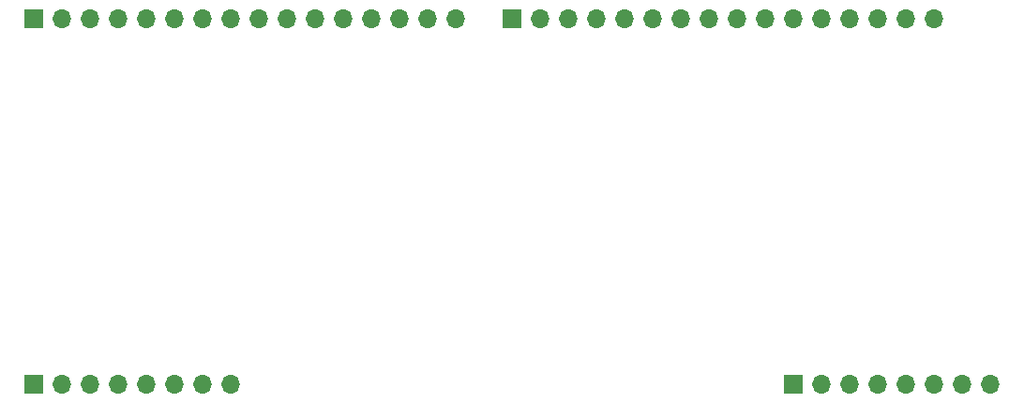
<source format=gbr>
%TF.GenerationSoftware,KiCad,Pcbnew,(5.1.10-1-10_14)*%
%TF.CreationDate,2021-11-14T12:12:58-05:00*%
%TF.ProjectId,transfer-register,7472616e-7366-4657-922d-726567697374,rev?*%
%TF.SameCoordinates,Original*%
%TF.FileFunction,Soldermask,Bot*%
%TF.FilePolarity,Negative*%
%FSLAX46Y46*%
G04 Gerber Fmt 4.6, Leading zero omitted, Abs format (unit mm)*
G04 Created by KiCad (PCBNEW (5.1.10-1-10_14)) date 2021-11-14 12:12:58*
%MOMM*%
%LPD*%
G01*
G04 APERTURE LIST*
%ADD10O,1.700000X1.700000*%
%ADD11R,1.700000X1.700000*%
G04 APERTURE END LIST*
D10*
%TO.C,J4*%
X134874000Y-101600000D03*
X132334000Y-101600000D03*
X129794000Y-101600000D03*
X127254000Y-101600000D03*
X124714000Y-101600000D03*
X122174000Y-101600000D03*
X119634000Y-101600000D03*
D11*
X117094000Y-101600000D03*
%TD*%
D10*
%TO.C,J3*%
X66294000Y-101600000D03*
X63754000Y-101600000D03*
X61214000Y-101600000D03*
X58674000Y-101600000D03*
X56134000Y-101600000D03*
X53594000Y-101600000D03*
X51054000Y-101600000D03*
D11*
X48514000Y-101600000D03*
%TD*%
D10*
%TO.C,J2*%
X86614000Y-68580000D03*
X84074000Y-68580000D03*
X81534000Y-68580000D03*
X78994000Y-68580000D03*
X76454000Y-68580000D03*
X73914000Y-68580000D03*
X71374000Y-68580000D03*
X68834000Y-68580000D03*
X66294000Y-68580000D03*
X63754000Y-68580000D03*
X61214000Y-68580000D03*
X58674000Y-68580000D03*
X56134000Y-68580000D03*
X53594000Y-68580000D03*
X51054000Y-68580000D03*
D11*
X48514000Y-68580000D03*
%TD*%
D10*
%TO.C,J1*%
X129794000Y-68580000D03*
X127254000Y-68580000D03*
X124714000Y-68580000D03*
X122174000Y-68580000D03*
X119634000Y-68580000D03*
X117094000Y-68580000D03*
X114554000Y-68580000D03*
X112014000Y-68580000D03*
X109474000Y-68580000D03*
X106934000Y-68580000D03*
X104394000Y-68580000D03*
X101854000Y-68580000D03*
X99314000Y-68580000D03*
X96774000Y-68580000D03*
X94234000Y-68580000D03*
D11*
X91694000Y-68580000D03*
%TD*%
M02*

</source>
